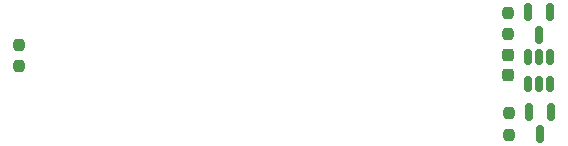
<source format=gbr>
%TF.GenerationSoftware,KiCad,Pcbnew,(6.0.2)*%
%TF.CreationDate,2022-03-28T13:54:43-07:00*%
%TF.ProjectId,i-fucking-love-fucking-you,692d6675-636b-4696-9e67-2d6c6f76652d,rev?*%
%TF.SameCoordinates,Original*%
%TF.FileFunction,Paste,Bot*%
%TF.FilePolarity,Positive*%
%FSLAX46Y46*%
G04 Gerber Fmt 4.6, Leading zero omitted, Abs format (unit mm)*
G04 Created by KiCad (PCBNEW (6.0.2)) date 2022-03-28 13:54:43*
%MOMM*%
%LPD*%
G01*
G04 APERTURE LIST*
G04 Aperture macros list*
%AMRoundRect*
0 Rectangle with rounded corners*
0 $1 Rounding radius*
0 $2 $3 $4 $5 $6 $7 $8 $9 X,Y pos of 4 corners*
0 Add a 4 corners polygon primitive as box body*
4,1,4,$2,$3,$4,$5,$6,$7,$8,$9,$2,$3,0*
0 Add four circle primitives for the rounded corners*
1,1,$1+$1,$2,$3*
1,1,$1+$1,$4,$5*
1,1,$1+$1,$6,$7*
1,1,$1+$1,$8,$9*
0 Add four rect primitives between the rounded corners*
20,1,$1+$1,$2,$3,$4,$5,0*
20,1,$1+$1,$4,$5,$6,$7,0*
20,1,$1+$1,$6,$7,$8,$9,0*
20,1,$1+$1,$8,$9,$2,$3,0*%
G04 Aperture macros list end*
%ADD10RoundRect,0.237500X0.237500X-0.250000X0.237500X0.250000X-0.237500X0.250000X-0.237500X-0.250000X0*%
%ADD11RoundRect,0.237500X0.237500X-0.300000X0.237500X0.300000X-0.237500X0.300000X-0.237500X-0.300000X0*%
%ADD12RoundRect,0.150000X-0.150000X0.587500X-0.150000X-0.587500X0.150000X-0.587500X0.150000X0.587500X0*%
%ADD13RoundRect,0.150000X-0.150000X0.512500X-0.150000X-0.512500X0.150000X-0.512500X0.150000X0.512500X0*%
G04 APERTURE END LIST*
D10*
%TO.C,R1*%
X147400000Y-72647217D03*
X147400000Y-70822217D03*
%TD*%
%TO.C,R3*%
X188900000Y-78447217D03*
X188900000Y-76622217D03*
%TD*%
D11*
%TO.C,C1*%
X188800000Y-73397217D03*
X188800000Y-71672217D03*
%TD*%
D12*
%TO.C,Q2*%
X190550000Y-76497217D03*
X192450000Y-76497217D03*
X191500000Y-78372217D03*
%TD*%
%TO.C,Q1*%
X190450000Y-68097217D03*
X192350000Y-68097217D03*
X191400000Y-69972217D03*
%TD*%
D10*
%TO.C,R2*%
X188800000Y-69947217D03*
X188800000Y-68122217D03*
%TD*%
D13*
%TO.C,U1*%
X190450000Y-71897217D03*
X191400000Y-71897217D03*
X192350000Y-71897217D03*
X192350000Y-74172217D03*
X191400000Y-74172217D03*
X190450000Y-74172217D03*
%TD*%
M02*

</source>
